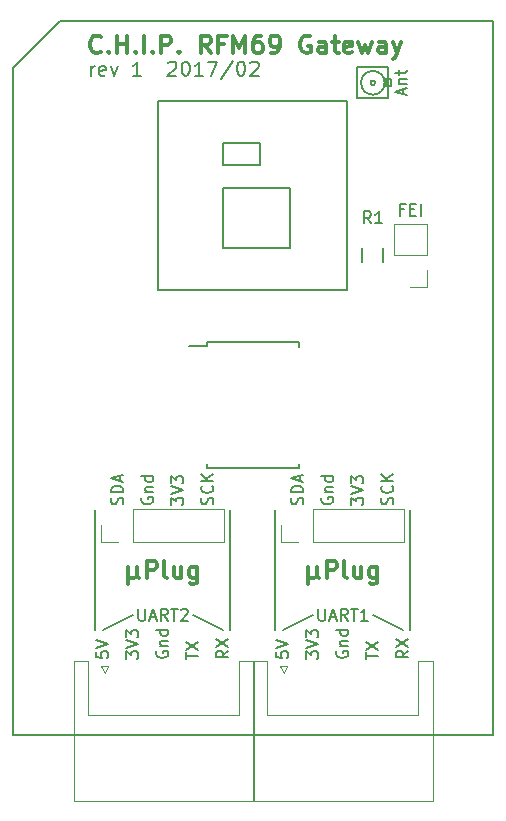
<source format=gto>
G04 #@! TF.FileFunction,Legend,Top*
%FSLAX46Y46*%
G04 Gerber Fmt 4.6, Leading zero omitted, Abs format (unit mm)*
G04 Created by KiCad (PCBNEW 4.0.5) date Sunday, 19 February 2017 'PMt' 19:45:40*
%MOMM*%
%LPD*%
G01*
G04 APERTURE LIST*
%ADD10C,0.100000*%
%ADD11C,0.200000*%
%ADD12C,0.150000*%
%ADD13C,0.300000*%
%ADD14C,0.120000*%
%ADD15C,0.203200*%
G04 APERTURE END LIST*
D10*
D11*
X158650000Y-94850000D02*
X161190000Y-96120000D01*
X151030000Y-96120000D02*
X153570000Y-94850000D01*
X143410000Y-94850000D02*
X145950000Y-96120000D01*
X138330000Y-94850000D02*
X135790000Y-96120000D01*
X154038571Y-94302381D02*
X154038571Y-95111905D01*
X154086190Y-95207143D01*
X154133809Y-95254762D01*
X154229047Y-95302381D01*
X154419524Y-95302381D01*
X154514762Y-95254762D01*
X154562381Y-95207143D01*
X154610000Y-95111905D01*
X154610000Y-94302381D01*
X155038571Y-95016667D02*
X155514762Y-95016667D01*
X154943333Y-95302381D02*
X155276666Y-94302381D01*
X155610000Y-95302381D01*
X156514762Y-95302381D02*
X156181428Y-94826190D01*
X155943333Y-95302381D02*
X155943333Y-94302381D01*
X156324286Y-94302381D01*
X156419524Y-94350000D01*
X156467143Y-94397619D01*
X156514762Y-94492857D01*
X156514762Y-94635714D01*
X156467143Y-94730952D01*
X156419524Y-94778571D01*
X156324286Y-94826190D01*
X155943333Y-94826190D01*
X156800476Y-94302381D02*
X157371905Y-94302381D01*
X157086190Y-95302381D02*
X157086190Y-94302381D01*
X158229048Y-95302381D02*
X157657619Y-95302381D01*
X157943333Y-95302381D02*
X157943333Y-94302381D01*
X157848095Y-94445238D01*
X157752857Y-94540476D01*
X157657619Y-94588095D01*
X138798571Y-94302381D02*
X138798571Y-95111905D01*
X138846190Y-95207143D01*
X138893809Y-95254762D01*
X138989047Y-95302381D01*
X139179524Y-95302381D01*
X139274762Y-95254762D01*
X139322381Y-95207143D01*
X139370000Y-95111905D01*
X139370000Y-94302381D01*
X139798571Y-95016667D02*
X140274762Y-95016667D01*
X139703333Y-95302381D02*
X140036666Y-94302381D01*
X140370000Y-95302381D01*
X141274762Y-95302381D02*
X140941428Y-94826190D01*
X140703333Y-95302381D02*
X140703333Y-94302381D01*
X141084286Y-94302381D01*
X141179524Y-94350000D01*
X141227143Y-94397619D01*
X141274762Y-94492857D01*
X141274762Y-94635714D01*
X141227143Y-94730952D01*
X141179524Y-94778571D01*
X141084286Y-94826190D01*
X140703333Y-94826190D01*
X141560476Y-94302381D02*
X142131905Y-94302381D01*
X141846190Y-95302381D02*
X141846190Y-94302381D01*
X142417619Y-94397619D02*
X142465238Y-94350000D01*
X142560476Y-94302381D01*
X142798572Y-94302381D01*
X142893810Y-94350000D01*
X142941429Y-94397619D01*
X142989048Y-94492857D01*
X142989048Y-94588095D01*
X142941429Y-94730952D01*
X142370000Y-95302381D01*
X142989048Y-95302381D01*
X146402381Y-97850476D02*
X145926190Y-98183810D01*
X146402381Y-98421905D02*
X145402381Y-98421905D01*
X145402381Y-98040952D01*
X145450000Y-97945714D01*
X145497619Y-97898095D01*
X145592857Y-97850476D01*
X145735714Y-97850476D01*
X145830952Y-97898095D01*
X145878571Y-97945714D01*
X145926190Y-98040952D01*
X145926190Y-98421905D01*
X145402381Y-97517143D02*
X146402381Y-96850476D01*
X145402381Y-96850476D02*
X146402381Y-97517143D01*
X161642381Y-97850476D02*
X161166190Y-98183810D01*
X161642381Y-98421905D02*
X160642381Y-98421905D01*
X160642381Y-98040952D01*
X160690000Y-97945714D01*
X160737619Y-97898095D01*
X160832857Y-97850476D01*
X160975714Y-97850476D01*
X161070952Y-97898095D01*
X161118571Y-97945714D01*
X161166190Y-98040952D01*
X161166190Y-98421905D01*
X160642381Y-97517143D02*
X161642381Y-96850476D01*
X160642381Y-96850476D02*
X161642381Y-97517143D01*
X158102381Y-98564762D02*
X158102381Y-97993333D01*
X159102381Y-98279048D02*
X158102381Y-98279048D01*
X158102381Y-97755238D02*
X159102381Y-97088571D01*
X158102381Y-97088571D02*
X159102381Y-97755238D01*
X142862381Y-98564762D02*
X142862381Y-97993333D01*
X143862381Y-98279048D02*
X142862381Y-98279048D01*
X142862381Y-97755238D02*
X143862381Y-97088571D01*
X142862381Y-97088571D02*
X143862381Y-97755238D01*
X140370000Y-97898095D02*
X140322381Y-97993333D01*
X140322381Y-98136190D01*
X140370000Y-98279048D01*
X140465238Y-98374286D01*
X140560476Y-98421905D01*
X140750952Y-98469524D01*
X140893810Y-98469524D01*
X141084286Y-98421905D01*
X141179524Y-98374286D01*
X141274762Y-98279048D01*
X141322381Y-98136190D01*
X141322381Y-98040952D01*
X141274762Y-97898095D01*
X141227143Y-97850476D01*
X140893810Y-97850476D01*
X140893810Y-98040952D01*
X140655714Y-97421905D02*
X141322381Y-97421905D01*
X140750952Y-97421905D02*
X140703333Y-97374286D01*
X140655714Y-97279048D01*
X140655714Y-97136190D01*
X140703333Y-97040952D01*
X140798571Y-96993333D01*
X141322381Y-96993333D01*
X141322381Y-96088571D02*
X140322381Y-96088571D01*
X141274762Y-96088571D02*
X141322381Y-96183809D01*
X141322381Y-96374286D01*
X141274762Y-96469524D01*
X141227143Y-96517143D01*
X141131905Y-96564762D01*
X140846190Y-96564762D01*
X140750952Y-96517143D01*
X140703333Y-96469524D01*
X140655714Y-96374286D01*
X140655714Y-96183809D01*
X140703333Y-96088571D01*
X155610000Y-97898095D02*
X155562381Y-97993333D01*
X155562381Y-98136190D01*
X155610000Y-98279048D01*
X155705238Y-98374286D01*
X155800476Y-98421905D01*
X155990952Y-98469524D01*
X156133810Y-98469524D01*
X156324286Y-98421905D01*
X156419524Y-98374286D01*
X156514762Y-98279048D01*
X156562381Y-98136190D01*
X156562381Y-98040952D01*
X156514762Y-97898095D01*
X156467143Y-97850476D01*
X156133810Y-97850476D01*
X156133810Y-98040952D01*
X155895714Y-97421905D02*
X156562381Y-97421905D01*
X155990952Y-97421905D02*
X155943333Y-97374286D01*
X155895714Y-97279048D01*
X155895714Y-97136190D01*
X155943333Y-97040952D01*
X156038571Y-96993333D01*
X156562381Y-96993333D01*
X156562381Y-96088571D02*
X155562381Y-96088571D01*
X156514762Y-96088571D02*
X156562381Y-96183809D01*
X156562381Y-96374286D01*
X156514762Y-96469524D01*
X156467143Y-96517143D01*
X156371905Y-96564762D01*
X156086190Y-96564762D01*
X155990952Y-96517143D01*
X155943333Y-96469524D01*
X155895714Y-96374286D01*
X155895714Y-96183809D01*
X155943333Y-96088571D01*
X153022381Y-98517143D02*
X153022381Y-97898095D01*
X153403333Y-98231429D01*
X153403333Y-98088571D01*
X153450952Y-97993333D01*
X153498571Y-97945714D01*
X153593810Y-97898095D01*
X153831905Y-97898095D01*
X153927143Y-97945714D01*
X153974762Y-97993333D01*
X154022381Y-98088571D01*
X154022381Y-98374286D01*
X153974762Y-98469524D01*
X153927143Y-98517143D01*
X153022381Y-97612381D02*
X154022381Y-97279048D01*
X153022381Y-96945714D01*
X153022381Y-96707619D02*
X153022381Y-96088571D01*
X153403333Y-96421905D01*
X153403333Y-96279047D01*
X153450952Y-96183809D01*
X153498571Y-96136190D01*
X153593810Y-96088571D01*
X153831905Y-96088571D01*
X153927143Y-96136190D01*
X153974762Y-96183809D01*
X154022381Y-96279047D01*
X154022381Y-96564762D01*
X153974762Y-96660000D01*
X153927143Y-96707619D01*
X137782381Y-98517143D02*
X137782381Y-97898095D01*
X138163333Y-98231429D01*
X138163333Y-98088571D01*
X138210952Y-97993333D01*
X138258571Y-97945714D01*
X138353810Y-97898095D01*
X138591905Y-97898095D01*
X138687143Y-97945714D01*
X138734762Y-97993333D01*
X138782381Y-98088571D01*
X138782381Y-98374286D01*
X138734762Y-98469524D01*
X138687143Y-98517143D01*
X137782381Y-97612381D02*
X138782381Y-97279048D01*
X137782381Y-96945714D01*
X137782381Y-96707619D02*
X137782381Y-96088571D01*
X138163333Y-96421905D01*
X138163333Y-96279047D01*
X138210952Y-96183809D01*
X138258571Y-96136190D01*
X138353810Y-96088571D01*
X138591905Y-96088571D01*
X138687143Y-96136190D01*
X138734762Y-96183809D01*
X138782381Y-96279047D01*
X138782381Y-96564762D01*
X138734762Y-96660000D01*
X138687143Y-96707619D01*
X150482381Y-97945714D02*
X150482381Y-98421905D01*
X150958571Y-98469524D01*
X150910952Y-98421905D01*
X150863333Y-98326667D01*
X150863333Y-98088571D01*
X150910952Y-97993333D01*
X150958571Y-97945714D01*
X151053810Y-97898095D01*
X151291905Y-97898095D01*
X151387143Y-97945714D01*
X151434762Y-97993333D01*
X151482381Y-98088571D01*
X151482381Y-98326667D01*
X151434762Y-98421905D01*
X151387143Y-98469524D01*
X150482381Y-97612381D02*
X151482381Y-97279048D01*
X150482381Y-96945714D01*
X135242381Y-97945714D02*
X135242381Y-98421905D01*
X135718571Y-98469524D01*
X135670952Y-98421905D01*
X135623333Y-98326667D01*
X135623333Y-98088571D01*
X135670952Y-97993333D01*
X135718571Y-97945714D01*
X135813810Y-97898095D01*
X136051905Y-97898095D01*
X136147143Y-97945714D01*
X136194762Y-97993333D01*
X136242381Y-98088571D01*
X136242381Y-98326667D01*
X136194762Y-98421905D01*
X136147143Y-98469524D01*
X135242381Y-97612381D02*
X136242381Y-97279048D01*
X135242381Y-96945714D01*
X160324762Y-85452024D02*
X160372381Y-85309167D01*
X160372381Y-85071071D01*
X160324762Y-84975833D01*
X160277143Y-84928214D01*
X160181905Y-84880595D01*
X160086667Y-84880595D01*
X159991429Y-84928214D01*
X159943810Y-84975833D01*
X159896190Y-85071071D01*
X159848571Y-85261548D01*
X159800952Y-85356786D01*
X159753333Y-85404405D01*
X159658095Y-85452024D01*
X159562857Y-85452024D01*
X159467619Y-85404405D01*
X159420000Y-85356786D01*
X159372381Y-85261548D01*
X159372381Y-85023452D01*
X159420000Y-84880595D01*
X160277143Y-83880595D02*
X160324762Y-83928214D01*
X160372381Y-84071071D01*
X160372381Y-84166309D01*
X160324762Y-84309167D01*
X160229524Y-84404405D01*
X160134286Y-84452024D01*
X159943810Y-84499643D01*
X159800952Y-84499643D01*
X159610476Y-84452024D01*
X159515238Y-84404405D01*
X159420000Y-84309167D01*
X159372381Y-84166309D01*
X159372381Y-84071071D01*
X159420000Y-83928214D01*
X159467619Y-83880595D01*
X160372381Y-83452024D02*
X159372381Y-83452024D01*
X160372381Y-82880595D02*
X159800952Y-83309167D01*
X159372381Y-82880595D02*
X159943810Y-83452024D01*
X145084762Y-85452024D02*
X145132381Y-85309167D01*
X145132381Y-85071071D01*
X145084762Y-84975833D01*
X145037143Y-84928214D01*
X144941905Y-84880595D01*
X144846667Y-84880595D01*
X144751429Y-84928214D01*
X144703810Y-84975833D01*
X144656190Y-85071071D01*
X144608571Y-85261548D01*
X144560952Y-85356786D01*
X144513333Y-85404405D01*
X144418095Y-85452024D01*
X144322857Y-85452024D01*
X144227619Y-85404405D01*
X144180000Y-85356786D01*
X144132381Y-85261548D01*
X144132381Y-85023452D01*
X144180000Y-84880595D01*
X145037143Y-83880595D02*
X145084762Y-83928214D01*
X145132381Y-84071071D01*
X145132381Y-84166309D01*
X145084762Y-84309167D01*
X144989524Y-84404405D01*
X144894286Y-84452024D01*
X144703810Y-84499643D01*
X144560952Y-84499643D01*
X144370476Y-84452024D01*
X144275238Y-84404405D01*
X144180000Y-84309167D01*
X144132381Y-84166309D01*
X144132381Y-84071071D01*
X144180000Y-83928214D01*
X144227619Y-83880595D01*
X145132381Y-83452024D02*
X144132381Y-83452024D01*
X145132381Y-82880595D02*
X144560952Y-83309167D01*
X144132381Y-82880595D02*
X144703810Y-83452024D01*
X156832381Y-85499643D02*
X156832381Y-84880595D01*
X157213333Y-85213929D01*
X157213333Y-85071071D01*
X157260952Y-84975833D01*
X157308571Y-84928214D01*
X157403810Y-84880595D01*
X157641905Y-84880595D01*
X157737143Y-84928214D01*
X157784762Y-84975833D01*
X157832381Y-85071071D01*
X157832381Y-85356786D01*
X157784762Y-85452024D01*
X157737143Y-85499643D01*
X156832381Y-84594881D02*
X157832381Y-84261548D01*
X156832381Y-83928214D01*
X156832381Y-83690119D02*
X156832381Y-83071071D01*
X157213333Y-83404405D01*
X157213333Y-83261547D01*
X157260952Y-83166309D01*
X157308571Y-83118690D01*
X157403810Y-83071071D01*
X157641905Y-83071071D01*
X157737143Y-83118690D01*
X157784762Y-83166309D01*
X157832381Y-83261547D01*
X157832381Y-83547262D01*
X157784762Y-83642500D01*
X157737143Y-83690119D01*
X141592381Y-85499643D02*
X141592381Y-84880595D01*
X141973333Y-85213929D01*
X141973333Y-85071071D01*
X142020952Y-84975833D01*
X142068571Y-84928214D01*
X142163810Y-84880595D01*
X142401905Y-84880595D01*
X142497143Y-84928214D01*
X142544762Y-84975833D01*
X142592381Y-85071071D01*
X142592381Y-85356786D01*
X142544762Y-85452024D01*
X142497143Y-85499643D01*
X141592381Y-84594881D02*
X142592381Y-84261548D01*
X141592381Y-83928214D01*
X141592381Y-83690119D02*
X141592381Y-83071071D01*
X141973333Y-83404405D01*
X141973333Y-83261547D01*
X142020952Y-83166309D01*
X142068571Y-83118690D01*
X142163810Y-83071071D01*
X142401905Y-83071071D01*
X142497143Y-83118690D01*
X142544762Y-83166309D01*
X142592381Y-83261547D01*
X142592381Y-83547262D01*
X142544762Y-83642500D01*
X142497143Y-83690119D01*
X139100000Y-84880595D02*
X139052381Y-84975833D01*
X139052381Y-85118690D01*
X139100000Y-85261548D01*
X139195238Y-85356786D01*
X139290476Y-85404405D01*
X139480952Y-85452024D01*
X139623810Y-85452024D01*
X139814286Y-85404405D01*
X139909524Y-85356786D01*
X140004762Y-85261548D01*
X140052381Y-85118690D01*
X140052381Y-85023452D01*
X140004762Y-84880595D01*
X139957143Y-84832976D01*
X139623810Y-84832976D01*
X139623810Y-85023452D01*
X139385714Y-84404405D02*
X140052381Y-84404405D01*
X139480952Y-84404405D02*
X139433333Y-84356786D01*
X139385714Y-84261548D01*
X139385714Y-84118690D01*
X139433333Y-84023452D01*
X139528571Y-83975833D01*
X140052381Y-83975833D01*
X140052381Y-83071071D02*
X139052381Y-83071071D01*
X140004762Y-83071071D02*
X140052381Y-83166309D01*
X140052381Y-83356786D01*
X140004762Y-83452024D01*
X139957143Y-83499643D01*
X139861905Y-83547262D01*
X139576190Y-83547262D01*
X139480952Y-83499643D01*
X139433333Y-83452024D01*
X139385714Y-83356786D01*
X139385714Y-83166309D01*
X139433333Y-83071071D01*
X154340000Y-84880595D02*
X154292381Y-84975833D01*
X154292381Y-85118690D01*
X154340000Y-85261548D01*
X154435238Y-85356786D01*
X154530476Y-85404405D01*
X154720952Y-85452024D01*
X154863810Y-85452024D01*
X155054286Y-85404405D01*
X155149524Y-85356786D01*
X155244762Y-85261548D01*
X155292381Y-85118690D01*
X155292381Y-85023452D01*
X155244762Y-84880595D01*
X155197143Y-84832976D01*
X154863810Y-84832976D01*
X154863810Y-85023452D01*
X154625714Y-84404405D02*
X155292381Y-84404405D01*
X154720952Y-84404405D02*
X154673333Y-84356786D01*
X154625714Y-84261548D01*
X154625714Y-84118690D01*
X154673333Y-84023452D01*
X154768571Y-83975833D01*
X155292381Y-83975833D01*
X155292381Y-83071071D02*
X154292381Y-83071071D01*
X155244762Y-83071071D02*
X155292381Y-83166309D01*
X155292381Y-83356786D01*
X155244762Y-83452024D01*
X155197143Y-83499643D01*
X155101905Y-83547262D01*
X154816190Y-83547262D01*
X154720952Y-83499643D01*
X154673333Y-83452024D01*
X154625714Y-83356786D01*
X154625714Y-83166309D01*
X154673333Y-83071071D01*
X152704762Y-85452024D02*
X152752381Y-85309167D01*
X152752381Y-85071071D01*
X152704762Y-84975833D01*
X152657143Y-84928214D01*
X152561905Y-84880595D01*
X152466667Y-84880595D01*
X152371429Y-84928214D01*
X152323810Y-84975833D01*
X152276190Y-85071071D01*
X152228571Y-85261548D01*
X152180952Y-85356786D01*
X152133333Y-85404405D01*
X152038095Y-85452024D01*
X151942857Y-85452024D01*
X151847619Y-85404405D01*
X151800000Y-85356786D01*
X151752381Y-85261548D01*
X151752381Y-85023452D01*
X151800000Y-84880595D01*
X152752381Y-84452024D02*
X151752381Y-84452024D01*
X151752381Y-84213929D01*
X151800000Y-84071071D01*
X151895238Y-83975833D01*
X151990476Y-83928214D01*
X152180952Y-83880595D01*
X152323810Y-83880595D01*
X152514286Y-83928214D01*
X152609524Y-83975833D01*
X152704762Y-84071071D01*
X152752381Y-84213929D01*
X152752381Y-84452024D01*
X152466667Y-83499643D02*
X152466667Y-83023452D01*
X152752381Y-83594881D02*
X151752381Y-83261548D01*
X152752381Y-82928214D01*
X137464762Y-85452024D02*
X137512381Y-85309167D01*
X137512381Y-85071071D01*
X137464762Y-84975833D01*
X137417143Y-84928214D01*
X137321905Y-84880595D01*
X137226667Y-84880595D01*
X137131429Y-84928214D01*
X137083810Y-84975833D01*
X137036190Y-85071071D01*
X136988571Y-85261548D01*
X136940952Y-85356786D01*
X136893333Y-85404405D01*
X136798095Y-85452024D01*
X136702857Y-85452024D01*
X136607619Y-85404405D01*
X136560000Y-85356786D01*
X136512381Y-85261548D01*
X136512381Y-85023452D01*
X136560000Y-84880595D01*
X137512381Y-84452024D02*
X136512381Y-84452024D01*
X136512381Y-84213929D01*
X136560000Y-84071071D01*
X136655238Y-83975833D01*
X136750476Y-83928214D01*
X136940952Y-83880595D01*
X137083810Y-83880595D01*
X137274286Y-83928214D01*
X137369524Y-83975833D01*
X137464762Y-84071071D01*
X137512381Y-84213929D01*
X137512381Y-84452024D01*
X137226667Y-83499643D02*
X137226667Y-83023452D01*
X137512381Y-83594881D02*
X136512381Y-83261548D01*
X137512381Y-82928214D01*
D12*
X161229667Y-50741191D02*
X161229667Y-50265000D01*
X161515381Y-50836429D02*
X160515381Y-50503096D01*
X161515381Y-50169762D01*
X160848714Y-49836429D02*
X161515381Y-49836429D01*
X160943952Y-49836429D02*
X160896333Y-49788810D01*
X160848714Y-49693572D01*
X160848714Y-49550714D01*
X160896333Y-49455476D01*
X160991571Y-49407857D01*
X161515381Y-49407857D01*
X160848714Y-49074524D02*
X160848714Y-48693572D01*
X160515381Y-48931667D02*
X161372524Y-48931667D01*
X161467762Y-48884048D01*
X161515381Y-48788810D01*
X161515381Y-48693572D01*
D11*
X134805714Y-49164857D02*
X134805714Y-48364857D01*
X134805714Y-48593429D02*
X134862857Y-48479143D01*
X134920000Y-48422000D01*
X135034286Y-48364857D01*
X135148571Y-48364857D01*
X136005714Y-49107714D02*
X135891428Y-49164857D01*
X135662857Y-49164857D01*
X135548571Y-49107714D01*
X135491428Y-48993429D01*
X135491428Y-48536286D01*
X135548571Y-48422000D01*
X135662857Y-48364857D01*
X135891428Y-48364857D01*
X136005714Y-48422000D01*
X136062857Y-48536286D01*
X136062857Y-48650571D01*
X135491428Y-48764857D01*
X136462857Y-48364857D02*
X136748571Y-49164857D01*
X137034285Y-48364857D01*
X139034286Y-49164857D02*
X138348571Y-49164857D01*
X138691429Y-49164857D02*
X138691429Y-47964857D01*
X138577143Y-48136286D01*
X138462857Y-48250571D01*
X138348571Y-48307714D01*
X141320000Y-48079143D02*
X141377143Y-48022000D01*
X141491429Y-47964857D01*
X141777143Y-47964857D01*
X141891429Y-48022000D01*
X141948572Y-48079143D01*
X142005715Y-48193429D01*
X142005715Y-48307714D01*
X141948572Y-48479143D01*
X141262858Y-49164857D01*
X142005715Y-49164857D01*
X142748572Y-47964857D02*
X142862857Y-47964857D01*
X142977143Y-48022000D01*
X143034286Y-48079143D01*
X143091429Y-48193429D01*
X143148572Y-48422000D01*
X143148572Y-48707714D01*
X143091429Y-48936286D01*
X143034286Y-49050571D01*
X142977143Y-49107714D01*
X142862857Y-49164857D01*
X142748572Y-49164857D01*
X142634286Y-49107714D01*
X142577143Y-49050571D01*
X142520000Y-48936286D01*
X142462857Y-48707714D01*
X142462857Y-48422000D01*
X142520000Y-48193429D01*
X142577143Y-48079143D01*
X142634286Y-48022000D01*
X142748572Y-47964857D01*
X144291429Y-49164857D02*
X143605714Y-49164857D01*
X143948572Y-49164857D02*
X143948572Y-47964857D01*
X143834286Y-48136286D01*
X143720000Y-48250571D01*
X143605714Y-48307714D01*
X144691429Y-47964857D02*
X145491429Y-47964857D01*
X144977143Y-49164857D01*
X146805714Y-47907714D02*
X145777143Y-49450571D01*
X147434286Y-47964857D02*
X147548571Y-47964857D01*
X147662857Y-48022000D01*
X147720000Y-48079143D01*
X147777143Y-48193429D01*
X147834286Y-48422000D01*
X147834286Y-48707714D01*
X147777143Y-48936286D01*
X147720000Y-49050571D01*
X147662857Y-49107714D01*
X147548571Y-49164857D01*
X147434286Y-49164857D01*
X147320000Y-49107714D01*
X147262857Y-49050571D01*
X147205714Y-48936286D01*
X147148571Y-48707714D01*
X147148571Y-48422000D01*
X147205714Y-48193429D01*
X147262857Y-48079143D01*
X147320000Y-48022000D01*
X147434286Y-47964857D01*
X148291428Y-48079143D02*
X148348571Y-48022000D01*
X148462857Y-47964857D01*
X148748571Y-47964857D01*
X148862857Y-48022000D01*
X148920000Y-48079143D01*
X148977143Y-48193429D01*
X148977143Y-48307714D01*
X148920000Y-48479143D01*
X148234286Y-49164857D01*
X148977143Y-49164857D01*
D12*
X161277382Y-60488571D02*
X160944048Y-60488571D01*
X160944048Y-61012381D02*
X160944048Y-60012381D01*
X161420239Y-60012381D01*
X161801191Y-60488571D02*
X162134525Y-60488571D01*
X162277382Y-61012381D02*
X161801191Y-61012381D01*
X161801191Y-60012381D01*
X162277382Y-60012381D01*
X162705953Y-61012381D02*
X162705953Y-60012381D01*
D13*
X135640714Y-47125714D02*
X135569285Y-47197143D01*
X135354999Y-47268571D01*
X135212142Y-47268571D01*
X134997857Y-47197143D01*
X134854999Y-47054286D01*
X134783571Y-46911429D01*
X134712142Y-46625714D01*
X134712142Y-46411429D01*
X134783571Y-46125714D01*
X134854999Y-45982857D01*
X134997857Y-45840000D01*
X135212142Y-45768571D01*
X135354999Y-45768571D01*
X135569285Y-45840000D01*
X135640714Y-45911429D01*
X136283571Y-47125714D02*
X136354999Y-47197143D01*
X136283571Y-47268571D01*
X136212142Y-47197143D01*
X136283571Y-47125714D01*
X136283571Y-47268571D01*
X136997857Y-47268571D02*
X136997857Y-45768571D01*
X136997857Y-46482857D02*
X137855000Y-46482857D01*
X137855000Y-47268571D02*
X137855000Y-45768571D01*
X138569286Y-47125714D02*
X138640714Y-47197143D01*
X138569286Y-47268571D01*
X138497857Y-47197143D01*
X138569286Y-47125714D01*
X138569286Y-47268571D01*
X139283572Y-47268571D02*
X139283572Y-45768571D01*
X139997858Y-47125714D02*
X140069286Y-47197143D01*
X139997858Y-47268571D01*
X139926429Y-47197143D01*
X139997858Y-47125714D01*
X139997858Y-47268571D01*
X140712144Y-47268571D02*
X140712144Y-45768571D01*
X141283572Y-45768571D01*
X141426430Y-45840000D01*
X141497858Y-45911429D01*
X141569287Y-46054286D01*
X141569287Y-46268571D01*
X141497858Y-46411429D01*
X141426430Y-46482857D01*
X141283572Y-46554286D01*
X140712144Y-46554286D01*
X142212144Y-47125714D02*
X142283572Y-47197143D01*
X142212144Y-47268571D01*
X142140715Y-47197143D01*
X142212144Y-47125714D01*
X142212144Y-47268571D01*
X144926430Y-47268571D02*
X144426430Y-46554286D01*
X144069287Y-47268571D02*
X144069287Y-45768571D01*
X144640715Y-45768571D01*
X144783573Y-45840000D01*
X144855001Y-45911429D01*
X144926430Y-46054286D01*
X144926430Y-46268571D01*
X144855001Y-46411429D01*
X144783573Y-46482857D01*
X144640715Y-46554286D01*
X144069287Y-46554286D01*
X146069287Y-46482857D02*
X145569287Y-46482857D01*
X145569287Y-47268571D02*
X145569287Y-45768571D01*
X146283573Y-45768571D01*
X146855001Y-47268571D02*
X146855001Y-45768571D01*
X147355001Y-46840000D01*
X147855001Y-45768571D01*
X147855001Y-47268571D01*
X149212144Y-45768571D02*
X148926430Y-45768571D01*
X148783573Y-45840000D01*
X148712144Y-45911429D01*
X148569287Y-46125714D01*
X148497858Y-46411429D01*
X148497858Y-46982857D01*
X148569287Y-47125714D01*
X148640715Y-47197143D01*
X148783573Y-47268571D01*
X149069287Y-47268571D01*
X149212144Y-47197143D01*
X149283573Y-47125714D01*
X149355001Y-46982857D01*
X149355001Y-46625714D01*
X149283573Y-46482857D01*
X149212144Y-46411429D01*
X149069287Y-46340000D01*
X148783573Y-46340000D01*
X148640715Y-46411429D01*
X148569287Y-46482857D01*
X148497858Y-46625714D01*
X150069286Y-47268571D02*
X150355001Y-47268571D01*
X150497858Y-47197143D01*
X150569286Y-47125714D01*
X150712144Y-46911429D01*
X150783572Y-46625714D01*
X150783572Y-46054286D01*
X150712144Y-45911429D01*
X150640715Y-45840000D01*
X150497858Y-45768571D01*
X150212144Y-45768571D01*
X150069286Y-45840000D01*
X149997858Y-45911429D01*
X149926429Y-46054286D01*
X149926429Y-46411429D01*
X149997858Y-46554286D01*
X150069286Y-46625714D01*
X150212144Y-46697143D01*
X150497858Y-46697143D01*
X150640715Y-46625714D01*
X150712144Y-46554286D01*
X150783572Y-46411429D01*
X153355000Y-45840000D02*
X153212143Y-45768571D01*
X152997857Y-45768571D01*
X152783572Y-45840000D01*
X152640714Y-45982857D01*
X152569286Y-46125714D01*
X152497857Y-46411429D01*
X152497857Y-46625714D01*
X152569286Y-46911429D01*
X152640714Y-47054286D01*
X152783572Y-47197143D01*
X152997857Y-47268571D01*
X153140714Y-47268571D01*
X153355000Y-47197143D01*
X153426429Y-47125714D01*
X153426429Y-46625714D01*
X153140714Y-46625714D01*
X154712143Y-47268571D02*
X154712143Y-46482857D01*
X154640714Y-46340000D01*
X154497857Y-46268571D01*
X154212143Y-46268571D01*
X154069286Y-46340000D01*
X154712143Y-47197143D02*
X154569286Y-47268571D01*
X154212143Y-47268571D01*
X154069286Y-47197143D01*
X153997857Y-47054286D01*
X153997857Y-46911429D01*
X154069286Y-46768571D01*
X154212143Y-46697143D01*
X154569286Y-46697143D01*
X154712143Y-46625714D01*
X155212143Y-46268571D02*
X155783572Y-46268571D01*
X155426429Y-45768571D02*
X155426429Y-47054286D01*
X155497857Y-47197143D01*
X155640715Y-47268571D01*
X155783572Y-47268571D01*
X156855000Y-47197143D02*
X156712143Y-47268571D01*
X156426429Y-47268571D01*
X156283572Y-47197143D01*
X156212143Y-47054286D01*
X156212143Y-46482857D01*
X156283572Y-46340000D01*
X156426429Y-46268571D01*
X156712143Y-46268571D01*
X156855000Y-46340000D01*
X156926429Y-46482857D01*
X156926429Y-46625714D01*
X156212143Y-46768571D01*
X157426429Y-46268571D02*
X157712143Y-47268571D01*
X157997857Y-46554286D01*
X158283572Y-47268571D01*
X158569286Y-46268571D01*
X159783572Y-47268571D02*
X159783572Y-46482857D01*
X159712143Y-46340000D01*
X159569286Y-46268571D01*
X159283572Y-46268571D01*
X159140715Y-46340000D01*
X159783572Y-47197143D02*
X159640715Y-47268571D01*
X159283572Y-47268571D01*
X159140715Y-47197143D01*
X159069286Y-47054286D01*
X159069286Y-46911429D01*
X159140715Y-46768571D01*
X159283572Y-46697143D01*
X159640715Y-46697143D01*
X159783572Y-46625714D01*
X160355001Y-46268571D02*
X160712144Y-47268571D01*
X161069286Y-46268571D02*
X160712144Y-47268571D01*
X160569286Y-47625714D01*
X160497858Y-47697143D01*
X160355001Y-47768571D01*
D11*
X161825000Y-96120000D02*
X161825000Y-85960000D01*
X150395000Y-85960000D02*
X150395000Y-96120000D01*
X146585000Y-96120000D02*
X146585000Y-85960000D01*
X135155000Y-85960000D02*
X135155000Y-96120000D01*
D13*
X137941429Y-90718571D02*
X137941429Y-92218571D01*
X138655715Y-91504286D02*
X138727143Y-91647143D01*
X138870000Y-91718571D01*
X137941429Y-91504286D02*
X138012857Y-91647143D01*
X138155715Y-91718571D01*
X138441429Y-91718571D01*
X138584286Y-91647143D01*
X138655715Y-91504286D01*
X138655715Y-90718571D01*
X139512858Y-91718571D02*
X139512858Y-90218571D01*
X140084286Y-90218571D01*
X140227144Y-90290000D01*
X140298572Y-90361429D01*
X140370001Y-90504286D01*
X140370001Y-90718571D01*
X140298572Y-90861429D01*
X140227144Y-90932857D01*
X140084286Y-91004286D01*
X139512858Y-91004286D01*
X141227144Y-91718571D02*
X141084286Y-91647143D01*
X141012858Y-91504286D01*
X141012858Y-90218571D01*
X142441429Y-90718571D02*
X142441429Y-91718571D01*
X141798572Y-90718571D02*
X141798572Y-91504286D01*
X141870000Y-91647143D01*
X142012858Y-91718571D01*
X142227143Y-91718571D01*
X142370000Y-91647143D01*
X142441429Y-91575714D01*
X143798572Y-90718571D02*
X143798572Y-91932857D01*
X143727143Y-92075714D01*
X143655715Y-92147143D01*
X143512858Y-92218571D01*
X143298572Y-92218571D01*
X143155715Y-92147143D01*
X143798572Y-91647143D02*
X143655715Y-91718571D01*
X143370001Y-91718571D01*
X143227143Y-91647143D01*
X143155715Y-91575714D01*
X143084286Y-91432857D01*
X143084286Y-91004286D01*
X143155715Y-90861429D01*
X143227143Y-90790000D01*
X143370001Y-90718571D01*
X143655715Y-90718571D01*
X143798572Y-90790000D01*
X153181429Y-90718571D02*
X153181429Y-92218571D01*
X153895715Y-91504286D02*
X153967143Y-91647143D01*
X154110000Y-91718571D01*
X153181429Y-91504286D02*
X153252857Y-91647143D01*
X153395715Y-91718571D01*
X153681429Y-91718571D01*
X153824286Y-91647143D01*
X153895715Y-91504286D01*
X153895715Y-90718571D01*
X154752858Y-91718571D02*
X154752858Y-90218571D01*
X155324286Y-90218571D01*
X155467144Y-90290000D01*
X155538572Y-90361429D01*
X155610001Y-90504286D01*
X155610001Y-90718571D01*
X155538572Y-90861429D01*
X155467144Y-90932857D01*
X155324286Y-91004286D01*
X154752858Y-91004286D01*
X156467144Y-91718571D02*
X156324286Y-91647143D01*
X156252858Y-91504286D01*
X156252858Y-90218571D01*
X157681429Y-90718571D02*
X157681429Y-91718571D01*
X157038572Y-90718571D02*
X157038572Y-91504286D01*
X157110000Y-91647143D01*
X157252858Y-91718571D01*
X157467143Y-91718571D01*
X157610000Y-91647143D01*
X157681429Y-91575714D01*
X159038572Y-90718571D02*
X159038572Y-91932857D01*
X158967143Y-92075714D01*
X158895715Y-92147143D01*
X158752858Y-92218571D01*
X158538572Y-92218571D01*
X158395715Y-92147143D01*
X159038572Y-91647143D02*
X158895715Y-91718571D01*
X158610001Y-91718571D01*
X158467143Y-91647143D01*
X158395715Y-91575714D01*
X158324286Y-91432857D01*
X158324286Y-91004286D01*
X158395715Y-90861429D01*
X158467143Y-90790000D01*
X158610001Y-90718571D01*
X158895715Y-90718571D01*
X159038572Y-90790000D01*
D12*
X157775000Y-64970000D02*
X157775000Y-63770000D01*
X159525000Y-63770000D02*
X159525000Y-64970000D01*
X144615000Y-71745000D02*
X144615000Y-72020000D01*
X152365000Y-71745000D02*
X152365000Y-72100000D01*
X152365000Y-82395000D02*
X152365000Y-82040000D01*
X144615000Y-82395000D02*
X144615000Y-82040000D01*
X144615000Y-71745000D02*
X152365000Y-71745000D01*
X144615000Y-82395000D02*
X152365000Y-82395000D01*
X144615000Y-72020000D02*
X143090000Y-72020000D01*
D14*
X163215000Y-64370000D02*
X163215000Y-61710000D01*
X163215000Y-61710000D02*
X160435000Y-61710000D01*
X160435000Y-61710000D02*
X160435000Y-64370000D01*
X160435000Y-64370000D02*
X163215000Y-64370000D01*
X163215000Y-65640000D02*
X163215000Y-67030000D01*
X163215000Y-67030000D02*
X161825000Y-67030000D01*
X153570000Y-88620000D02*
X161310000Y-88620000D01*
X161310000Y-88620000D02*
X161310000Y-85840000D01*
X161310000Y-85840000D02*
X153570000Y-85840000D01*
X153570000Y-85840000D02*
X153570000Y-88620000D01*
X152300000Y-88620000D02*
X150910000Y-88620000D01*
X150910000Y-88620000D02*
X150910000Y-87230000D01*
X138330000Y-88620000D02*
X146070000Y-88620000D01*
X146070000Y-88620000D02*
X146070000Y-85840000D01*
X146070000Y-85840000D02*
X138330000Y-85840000D01*
X138330000Y-85840000D02*
X138330000Y-88620000D01*
X137060000Y-88620000D02*
X135670000Y-88620000D01*
X135670000Y-88620000D02*
X135670000Y-87230000D01*
D12*
X145950000Y-54845000D02*
X145950000Y-56750000D01*
X149125000Y-54845000D02*
X145950000Y-54845000D01*
X149125000Y-56750000D02*
X149125000Y-54845000D01*
X145950000Y-56750000D02*
X149125000Y-56750000D01*
X145950000Y-58655000D02*
X145950000Y-63735000D01*
X151665000Y-58655000D02*
X145950000Y-58655000D01*
X151665000Y-63735000D02*
X151665000Y-58655000D01*
X145950000Y-63735000D02*
X151665000Y-63735000D01*
X140490000Y-51290000D02*
X140490000Y-67290000D01*
X156490000Y-51290000D02*
X140490000Y-51290000D01*
X156490000Y-67290000D02*
X156490000Y-51290000D01*
X140490000Y-67290000D02*
X156490000Y-67290000D01*
D15*
X159750000Y-50065000D02*
X159750000Y-49465000D01*
X160150000Y-50065000D02*
X159650000Y-50065000D01*
X160150000Y-50065000D02*
X160150000Y-49465000D01*
X160150000Y-49465000D02*
X159650000Y-49465000D01*
X158850000Y-49765000D02*
G75*
G03X158850000Y-49765000I-200000J0D01*
G01*
X159650000Y-49765000D02*
G75*
G03X159650000Y-49765000I-1000000J0D01*
G01*
X157350000Y-48465000D02*
X157350000Y-51065000D01*
X157350000Y-51065000D02*
X159950000Y-51065000D01*
X159950000Y-51065000D02*
X159950000Y-48465000D01*
X159950000Y-48465000D02*
X157350000Y-48465000D01*
D14*
X156110000Y-110550000D02*
X148510000Y-110550000D01*
X148510000Y-110550000D02*
X148510000Y-98750000D01*
X148510000Y-98750000D02*
X149710000Y-98750000D01*
X149710000Y-98750000D02*
X149710000Y-103250000D01*
X149710000Y-103250000D02*
X156110000Y-103250000D01*
X156110000Y-110550000D02*
X163710000Y-110550000D01*
X163710000Y-110550000D02*
X163710000Y-98750000D01*
X163710000Y-98750000D02*
X162510000Y-98750000D01*
X162510000Y-98750000D02*
X162510000Y-103250000D01*
X162510000Y-103250000D02*
X156110000Y-103250000D01*
X151110000Y-99700000D02*
X150810000Y-99100000D01*
X150810000Y-99100000D02*
X151410000Y-99100000D01*
X151410000Y-99100000D02*
X151110000Y-99700000D01*
X140950000Y-110550000D02*
X133350000Y-110550000D01*
X133350000Y-110550000D02*
X133350000Y-98750000D01*
X133350000Y-98750000D02*
X134550000Y-98750000D01*
X134550000Y-98750000D02*
X134550000Y-103250000D01*
X134550000Y-103250000D02*
X140950000Y-103250000D01*
X140950000Y-110550000D02*
X148550000Y-110550000D01*
X148550000Y-110550000D02*
X148550000Y-98750000D01*
X148550000Y-98750000D02*
X147350000Y-98750000D01*
X147350000Y-98750000D02*
X147350000Y-103250000D01*
X147350000Y-103250000D02*
X140950000Y-103250000D01*
X135950000Y-99700000D02*
X135650000Y-99100000D01*
X135650000Y-99100000D02*
X136250000Y-99100000D01*
X136250000Y-99100000D02*
X135950000Y-99700000D01*
D12*
X128181100Y-48503600D02*
X132181100Y-44503600D01*
X168821100Y-105003600D02*
X168821100Y-44503600D01*
X168821100Y-44503600D02*
X132181100Y-44503600D01*
X128181100Y-48503600D02*
X128181100Y-105003600D01*
X128181100Y-105003600D02*
X168821100Y-105003600D01*
X158483334Y-61647381D02*
X158150000Y-61171190D01*
X157911905Y-61647381D02*
X157911905Y-60647381D01*
X158292858Y-60647381D01*
X158388096Y-60695000D01*
X158435715Y-60742619D01*
X158483334Y-60837857D01*
X158483334Y-60980714D01*
X158435715Y-61075952D01*
X158388096Y-61123571D01*
X158292858Y-61171190D01*
X157911905Y-61171190D01*
X159435715Y-61647381D02*
X158864286Y-61647381D01*
X159150000Y-61647381D02*
X159150000Y-60647381D01*
X159054762Y-60790238D01*
X158959524Y-60885476D01*
X158864286Y-60933095D01*
M02*

</source>
